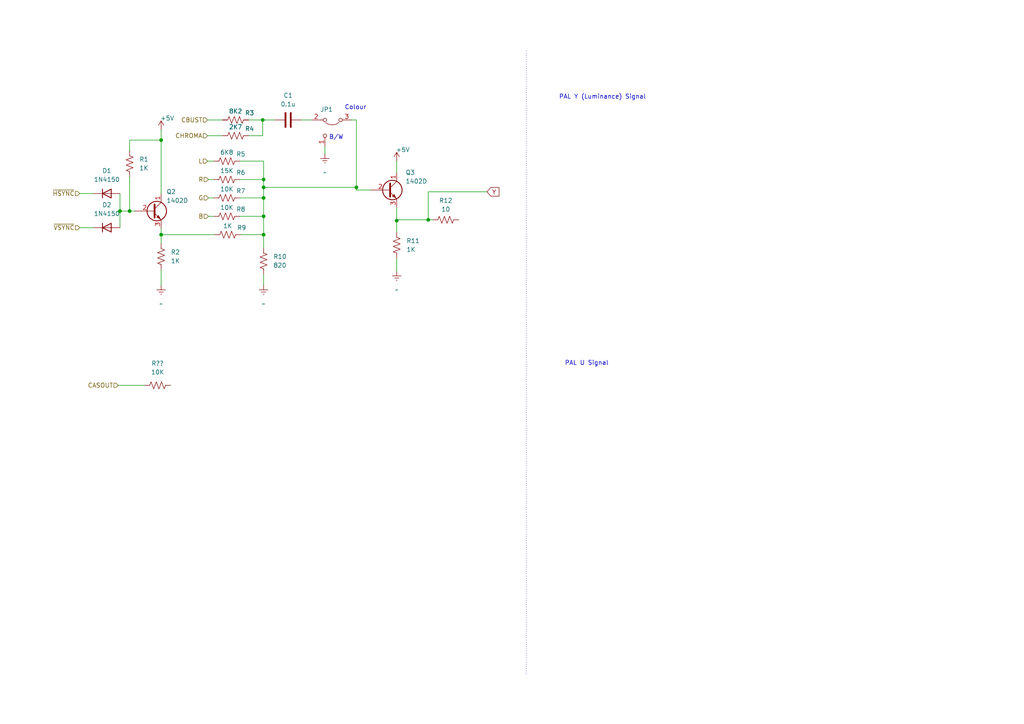
<source format=kicad_sch>
(kicad_sch (version 20250114) (generator "eeschema") (generator_version "9.0")
  (paper "A4")
  (title_block (title "Video and Cassette Port"))
  (lib_symbols
    (symbol "Device:C" (pin_numbers (hide yes)) (pin_names (offset 0.254))
      (property "Reference" "C" (at 0.635 2.54 0))
      (property "Value" "C" (at 0.635 -2.54 0))
      (symbol "C_0_1"
        (polyline (pts (xy -2.032 0.762) (xy 2.032 0.762)) (stroke (width 0.508)))
        (polyline (pts (xy -2.032 -0.762) (xy 2.032 -0.762)) (stroke (width 0.508)))
      )
      (symbol "C_1_1"
        (pin passive line (at 0 3.81 270) (length 2.794) (name "~") (number "1"))
        (pin passive line (at 0 -3.81 90) (length 2.794) (name "~") (number "2"))
      )
    )
    (symbol "Device:D" (pin_numbers (hide yes)) (pin_names (offset 1.016) (hide yes))
      (property "Reference" "D" (at 0 2.54 0))
      (property "Value" "D" (at 0 -2.54 0))
      (symbol "D_0_1"
        (polyline (pts (xy -1.27 1.27) (xy -1.27 -1.27)) (stroke (width 0.254)))
        (polyline (pts (xy 1.27 1.27) (xy 1.27 -1.27) (xy -1.27 0) (xy 1.27 1.27)) (stroke (width 0.254)))
        (polyline (pts (xy 1.27 0) (xy -1.27 0)))
      )
      (symbol "D_1_1"
        (pin passive line (at -3.81 0 0) (length 2.54) (name "K") (number "1"))
        (pin passive line (at 3.81 0 180) (length 2.54) (name "A") (number "2"))
      )
    )
    (symbol "Device:Q_NPN_CBE" (pin_names (offset 0) (hide yes))
      (property "Reference" "Q" (at 5.08 1.27 0))
      (property "Value" "Q_NPN_CBE" (at 5.08 -1.27 0))
      (symbol "Q_NPN_CBE_0_1"
        (polyline (pts (xy 0.635 1.905) (xy 0.635 -1.905) (xy 0.635 -1.905)) (stroke (width 0.508)))
        (polyline (pts (xy 0.635 0.635) (xy 2.54 2.54)))
        (polyline (pts (xy 0.635 -0.635) (xy 2.54 -2.54) (xy 2.54 -2.54)))
        (circle (center 1.27 0) (radius 2.8194) (stroke (width 0.254)))
        (polyline (pts (xy 1.27 -1.778) (xy 1.778 -1.27) (xy 2.286 -2.286) (xy 1.27 -1.778) (xy 1.27 -1.778)) (fill (type outline)))
      )
      (symbol "Q_NPN_CBE_1_1"
        (pin input line (at -5.08 0 0) (length 5.715) (name "B") (number "2"))
        (pin passive line (at 2.54 5.08 270) (length 2.54) (name "C") (number "1"))
        (pin passive line (at 2.54 -5.08 90) (length 2.54) (name "E") (number "3"))
      )
    )
    (symbol "Device:R_US" (pin_numbers (hide yes)) (pin_names (offset 0))
      (property "Reference" "R" (at 2.54 0 90))
      (property "Value" "R_US" (at -2.54 0 90))
      (symbol "R_US_0_1"
        (polyline (pts (xy 0 2.286) (xy 0 2.54)))
        (polyline (pts (xy 0 2.286) (xy 1.016 1.905) (xy 0 1.524) (xy -1.016 1.143) (xy 0 0.762)))
        (polyline (pts (xy 0 0.762) (xy 1.016 0.381) (xy 0 0) (xy -1.016 -0.381) (xy 0 -0.762)))
        (polyline (pts (xy 0 -0.762) (xy 1.016 -1.143) (xy 0 -1.524) (xy -1.016 -1.905) (xy 0 -2.286)))
        (polyline (pts (xy 0 -2.286) (xy 0 -2.54)))
      )
      (symbol "R_US_1_1"
        (pin passive line (at 0 3.81 270) (length 1.27) (name "~") (number "1"))
        (pin passive line (at 0 -3.81 90) (length 1.27) (name "~") (number "2"))
      )
    )
    (symbol "Laser500:Jumper 1-to-2" (pin_names (offset 0) (hide yes))
      (property "Reference" "JP" (at 7.366 4.318 0))
      (property "Value" "Jumper 2-to-1_Bridged_23" (at 10.16 -15.494 0))
      (symbol "Jumper 1-to-2_0_0"
        (circle (center 6.35 0) (radius 0.508))
        (circle (center 6.35 -4.572) (radius 0.508))
        (circle (center 10.922 0) (radius 0.508))
      )
      (symbol "Jumper 1-to-2_0_1"
        (polyline (pts (xy 5.08 0) (xy 5.842 0)))
        (arc (start 10.4196 -0.7269) (mid 8.5178 -1.4047) (end 6.604 -0.762))
      )
      (symbol "Jumper 1-to-2_1_1"
        (pin input line (at 2.54 0 0) (length 2.54) (name "C") (number "2"))
        (pin passive line (at 6.35 -7.62 90) (length 2.54) (name "A") (number "1"))
        (pin passive line (at 13.97 0 180) (length 2.54) (name "B") (number "3"))
      )
    )
    (symbol "power:+5V" (power) (pin_numbers (hide yes)) (pin_names (offset 0) (hide yes))
      (property "Value" "+5V" (at 0 3.556 0))
      (symbol "+5V_0_1"
        (polyline (pts (xy -0.762 1.27) (xy 0 2.54)))
        (polyline (pts (xy 0 2.54) (xy 0.762 1.27)))
        (polyline (pts (xy 0 0) (xy 0 2.54)))
      )
      (symbol "+5V_1_1"
        (pin power_in line (at 0 0 90) (length 0) (name "~") (number "1"))
      )
    )
    (symbol "power:Earth" (power) (pin_numbers (hide yes)) (pin_names (offset 0) (hide yes))
      (property "Value" "Earth" (at 0 -3.81 0))
      (symbol "Earth_0_1"
        (polyline (pts (xy -0.635 -1.905) (xy 0.635 -1.905)))
        (polyline (pts (xy -0.127 -2.54) (xy 0.127 -2.54)))
        (polyline (pts (xy 0 -1.27) (xy 0 0)))
        (polyline (pts (xy 1.27 -1.27) (xy -1.27 -1.27)))
      )
      (symbol "Earth_1_1"
        (pin power_in line (at 0 0 270) (length 0) (name "~") (number "1"))
      )
    )
  )
  (text "Colour" (at 103.124 31.242 0) (effects (font (size 1.27 1.27))))
  (text "B/W" (at 97.536 39.878 0) (effects (font (size 1.27 1.27))))
  (text "PAL U Signal" (at 170.18 105.41 0) (effects (font (size 1.27 1.27))))
  (text "PAL Y (Luminance) Signal" (at 174.752 28.194 0) (effects (font (size 1.27 1.27))))
  (junction (at 34.798 61.214))
  (junction (at 37.592 61.214))
  (junction (at 115.062 64.008))
  (junction (at 46.736 68.072))
  (junction (at 76.454 52.07))
  (junction (at 76.2 34.798))
  (junction (at 46.736 40.64))
  (junction (at 76.454 54.356))
  (junction (at 124.206 63.754))
  (junction (at 76.454 68.072))
  (junction (at 76.454 57.404))
  (junction (at 76.454 62.738))
  (junction (at 103.378 54.356))
  (wire (pts (xy 60.452 57.404) (xy 61.976 57.404)))
  (wire (pts (xy 103.378 54.356) (xy 103.378 55.118)))
  (wire (pts (xy 60.452 62.738) (xy 61.976 62.738)))
  (wire (pts (xy 94.234 42.418) (xy 94.234 44.704)))
  (wire (pts (xy 125.476 63.754) (xy 124.206 63.754)))
  (wire (pts (xy 115.062 46.736) (xy 115.062 50.038)))
  (wire (pts (xy 37.592 61.214) (xy 39.116 61.214)))
  (wire (pts (xy 37.592 40.64) (xy 46.736 40.64)))
  (wire (pts (xy 37.592 51.308) (xy 37.592 61.214)))
  (wire (pts (xy 76.454 52.07) (xy 76.454 54.356)))
  (wire (pts (xy 37.592 40.64) (xy 37.592 43.688)))
  (wire (pts (xy 34.29 111.76) (xy 41.91 111.76)))
  (wire (pts (xy 76.2 34.798) (xy 72.136 34.798)))
  (polyline (pts (xy 152.654 14.732) (xy 152.654 195.58)) (stroke (width 0) (type dot)))
  (wire (pts (xy 46.736 66.294) (xy 46.736 68.072)))
  (wire (pts (xy 87.376 34.798) (xy 90.424 34.798)))
  (wire (pts (xy 46.736 40.64) (xy 46.736 56.134)))
  (wire (pts (xy 76.454 68.072) (xy 76.454 71.882)))
  (wire (pts (xy 76.454 54.356) (xy 103.378 54.356)))
  (wire (pts (xy 23.114 56.134) (xy 27.178 56.134)))
  (wire (pts (xy 69.596 52.07) (xy 76.454 52.07)))
  (wire (pts (xy 23.114 66.04) (xy 27.178 66.04)))
  (wire (pts (xy 69.85 68.072) (xy 76.454 68.072)))
  (wire (pts (xy 103.378 34.798) (xy 101.854 34.798)))
  (wire (pts (xy 76.454 46.736) (xy 76.454 52.07)))
  (wire (pts (xy 76.454 54.356) (xy 76.454 57.404)))
  (wire (pts (xy 103.378 34.798) (xy 103.378 54.356)))
  (wire (pts (xy 60.198 46.736) (xy 61.976 46.736)))
  (wire (pts (xy 60.452 52.07) (xy 61.976 52.07)))
  (wire (pts (xy 69.596 46.736) (xy 76.454 46.736)))
  (wire (pts (xy 76.454 57.404) (xy 76.454 62.738)))
  (wire (pts (xy 60.198 39.37) (xy 64.516 39.37)))
  (wire (pts (xy 34.798 56.134) (xy 34.798 61.214)))
  (wire (pts (xy 124.206 63.754) (xy 115.316 63.754)))
  (wire (pts (xy 115.316 63.754) (xy 115.062 64.008)))
  (wire (pts (xy 60.198 34.798) (xy 64.516 34.798)))
  (wire (pts (xy 46.736 78.232) (xy 46.736 82.804)))
  (wire (pts (xy 34.798 61.214) (xy 37.592 61.214)))
  (wire (pts (xy 69.596 57.404) (xy 76.454 57.404)))
  (wire (pts (xy 124.206 55.626) (xy 124.206 63.754)))
  (wire (pts (xy 76.2 34.798) (xy 76.2 39.37)))
  (wire (pts (xy 115.062 60.198) (xy 115.062 64.008)))
  (wire (pts (xy 76.454 79.502) (xy 76.454 82.804)))
  (wire (pts (xy 124.206 55.626) (xy 141.224 55.626)))
  (wire (pts (xy 34.798 61.214) (xy 34.798 66.04)))
  (wire (pts (xy 76.2 34.798) (xy 79.756 34.798)))
  (wire (pts (xy 76.454 62.738) (xy 76.454 68.072)))
  (wire (pts (xy 103.378 55.118) (xy 107.442 55.118)))
  (wire (pts (xy 46.736 68.072) (xy 46.736 70.612)))
  (wire (pts (xy 115.062 64.008) (xy 115.062 67.31)))
  (wire (pts (xy 69.596 62.738) (xy 76.454 62.738)))
  (wire (pts (xy 46.736 68.072) (xy 62.23 68.072)))
  (wire (pts (xy 46.736 37.592) (xy 46.736 40.64)))
  (wire (pts (xy 115.062 74.93) (xy 115.062 78.74)))
  (wire (pts (xy 76.2 39.37) (xy 72.136 39.37)))
  (global_label "Y" (shape input) (at 141.224 55.626 0) (property "Intersheetrefs" "${INTERSHEET_REFS}" (effects (hide yes))))
  (hierarchical_label "R" (shape input) (at 60.452 52.07 180))
  (hierarchical_label "B" (shape input) (at 60.452 62.738 180))
  (hierarchical_label "~{HSYNC}" (shape input) (at 23.114 56.134 180))
  (hierarchical_label "~{VSYNC}" (shape input) (at 23.114 66.04 180))
  (hierarchical_label "G" (shape input) (at 60.452 57.404 180))
  (hierarchical_label "L" (shape input) (at 60.198 46.736 180))
  (hierarchical_label "CHROMA" (shape input) (at 60.198 39.37 180))
  (hierarchical_label "CASOUT" (shape input) (at 34.29 111.76 180))
  (hierarchical_label "CBUST" (shape input) (at 60.198 34.798 180))
  (symbol (lib_id "Device:R_US") (at 68.326 34.798 270) (unit 1)
    (property "Reference" "R3" (at 72.39 32.766 90))
    (property "Value" "8K2" (at 68.326 32.258 90))
    (property "Footprint" "Resistor_THT:R_Axial_DIN0207_L6.3mm_D2.5mm_P7.62mm_Horizontal" (effects (hide yes)))
    (property "Description" "Resistor, US symbol" (effects (hide yes)))
  )
  (symbol (lib_id "Device:R_US") (at 115.062 71.12 0) (unit 1)
    (property "Reference" "R11" (at 117.856 69.8499 0) (effects (justify left)))
    (property "Value" "1K" (at 117.856 72.3899 0) (effects (justify left)))
    (property "Footprint" "Resistor_THT:R_Axial_DIN0207_L6.3mm_D2.5mm_P7.62mm_Horizontal" (effects (hide yes)))
    (property "Description" "Resistor, US symbol" (effects (hide yes)))
  )
  (symbol (lib_id "power:Earth") (at 46.736 82.804 0) (unit 1)
    (property "Reference" "#PWR018" (effects (hide yes)))
    (property "Value" "~" (at 46.736 88.138 0))
    (property "Description" "Power symbol creates a global label with name \"Earth\"" (effects (hide yes)))
  )
  (symbol (lib_id "Device:R_US") (at 76.454 75.692 0) (unit 1)
    (property "Reference" "R10" (at 79.248 74.4219 0) (effects (justify left)))
    (property "Value" "820" (at 79.248 76.9619 0) (effects (justify left)))
    (property "Footprint" "Resistor_THT:R_Axial_DIN0207_L6.3mm_D2.5mm_P7.62mm_Horizontal" (effects (hide yes)))
    (property "Description" "Resistor, US symbol" (effects (hide yes)))
  )
  (symbol (lib_id "power:Earth") (at 76.454 82.804 0) (unit 1)
    (property "Reference" "#PWR019" (effects (hide yes)))
    (property "Value" "~" (at 76.454 88.138 0))
    (property "Description" "Power symbol creates a global label with name \"Earth\"" (effects (hide yes)))
  )
  (symbol (lib_id "Device:C") (at 83.566 34.798 270) (unit 1)
    (property "Reference" "C1" (at 83.566 27.686 90))
    (property "Value" "0.1u" (at 83.566 30.226 90))
    (property "Description" "Unpolarized capacitor" (effects (hide yes)))
  )
  (symbol (lib_id "Device:R_US") (at 66.04 68.072 270) (unit 1)
    (property "Reference" "R9" (at 70.104 66.04 90))
    (property "Value" "1K" (at 66.04 65.532 90))
    (property "Footprint" "Resistor_THT:R_Axial_DIN0207_L6.3mm_D2.5mm_P7.62mm_Horizontal" (effects (hide yes)))
    (property "Description" "Resistor, US symbol" (effects (hide yes)))
  )
  (symbol (lib_id "Device:R_US") (at 65.786 62.738 270) (unit 1)
    (property "Reference" "R8" (at 69.85 60.706 90))
    (property "Value" "10K" (at 65.786 60.198 90))
    (property "Footprint" "Resistor_THT:R_Axial_DIN0207_L6.3mm_D2.5mm_P7.62mm_Horizontal" (effects (hide yes)))
    (property "Description" "Resistor, US symbol" (effects (hide yes)))
  )
  (symbol (lib_id "power:+5V") (at 115.062 46.736 0) (unit 1)
    (property "Reference" "#PWR022" (effects (hide yes)))
    (property "Value" "+5V" (at 116.84 43.434 0))
    (property "Description" "Power symbol creates a global label with name \"+5V\"" (effects (hide yes)))
  )
  (symbol (lib_id "power:Earth") (at 115.062 78.74 0) (unit 1)
    (property "Reference" "#PWR020" (effects (hide yes)))
    (property "Value" "~" (at 115.062 84.074 0))
    (property "Description" "Power symbol creates a global label with name \"Earth\"" (effects (hide yes)))
  )
  (symbol (lib_id "Device:D") (at 30.988 56.134 0) (unit 1)
    (property "Reference" "D1" (at 30.988 49.53 0))
    (property "Value" "1N4150" (at 30.988 52.07 0))
    (property "Footprint" "Diode_THT:D_DO-35_SOD27_P7.62mm_Horizontal" (effects (hide yes)))
    (property "Description" "Diode" (effects (hide yes)))
    (property "Sim.Device" "D" (effects (hide yes)))
    (property "Sim.Pins" "1=K 2=A" (effects (hide yes)))
  )
  (symbol (lib_id "Device:R_US") (at 65.786 52.07 270) (unit 1)
    (property "Reference" "R6" (at 69.85 50.038 90))
    (property "Value" "15K" (at 65.786 49.53 90))
    (property "Footprint" "Resistor_THT:R_Axial_DIN0207_L6.3mm_D2.5mm_P7.62mm_Horizontal" (effects (hide yes)))
    (property "Description" "Resistor, US symbol" (effects (hide yes)))
  )
  (symbol (lib_id "Laser500:Jumper 1-to-2") (at 87.884 34.798 0) (unit 1)
    (property "Reference" "JP1" (at 94.742 31.75 0))
    (property "Value" "Jumper 2-to-1_Bridged_23" (effects (hide yes)))
  )
  (symbol (lib_id "Device:R_US") (at 37.592 47.498 0) (unit 1)
    (property "Reference" "R1" (at 40.386 46.2279 0) (effects (justify left)))
    (property "Value" "1K" (at 40.386 48.7679 0) (effects (justify left)))
    (property "Footprint" "Resistor_THT:R_Axial_DIN0207_L6.3mm_D2.5mm_P7.62mm_Horizontal" (effects (hide yes)))
    (property "Description" "Resistor, US symbol" (effects (hide yes)))
  )
  (symbol (lib_id "Device:R_US") (at 68.326 39.37 270) (unit 1)
    (property "Reference" "R4" (at 72.39 37.338 90))
    (property "Value" "2K7" (at 68.326 36.83 90))
    (property "Footprint" "Resistor_THT:R_Axial_DIN0207_L6.3mm_D2.5mm_P7.62mm_Horizontal" (effects (hide yes)))
    (property "Description" "Resistor, US symbol" (effects (hide yes)))
  )
  (symbol (lib_id "Device:Q_NPN_CBE") (at 112.522 55.118 0) (unit 1)
    (property "Reference" "Q3" (at 117.602 50.038 0) (effects (justify left)))
    (property "Value" "1402D" (at 117.602 52.578 0) (effects (justify left)))
    (property "Footprint" "Package_TO_SOT_THT:TO-92" (effects (hide yes)))
    (property "Datasheet" "https://www.alldatasheet.com/datasheet-pdf/pdf/17633/PHILIPS/ED1402D.html" (effects (hide yes)))
    (property "Description" "NPN transistor, collector/base/emitter" (effects (hide yes)))
  )
  (symbol (lib_id "Device:D") (at 30.988 66.04 0) (unit 1)
    (property "Reference" "D2" (at 30.988 59.436 0))
    (property "Value" "1N4150" (at 30.988 61.976 0))
    (property "Footprint" "Diode_THT:D_DO-35_SOD27_P7.62mm_Horizontal" (effects (hide yes)))
    (property "Description" "Diode" (effects (hide yes)))
    (property "Sim.Device" "D" (effects (hide yes)))
    (property "Sim.Pins" "1=K 2=A" (effects (hide yes)))
  )
  (symbol (lib_id "Device:R_US") (at 45.72 111.76 270) (unit 1)
    (property "Reference" "R??" (at 45.72 105.41 90))
    (property "Value" "10K" (at 45.72 107.95 90))
    (property "Footprint" "Resistor_THT:R_Axial_DIN0207_L6.3mm_D2.5mm_P7.62mm_Horizontal" (effects (hide yes)))
    (property "Description" "Resistor, US symbol" (effects (hide yes)))
  )
  (symbol (lib_id "Device:R_US") (at 129.286 63.754 90) (unit 1)
    (property "Reference" "R12" (at 129.286 58.166 90))
    (property "Value" "10" (at 129.286 60.706 90))
    (property "Footprint" "Resistor_THT:R_Axial_DIN0207_L6.3mm_D2.5mm_P7.62mm_Horizontal" (effects (hide yes)))
    (property "Description" "Resistor, US symbol" (effects (hide yes)))
  )
  (symbol (lib_id "Device:R_US") (at 65.786 46.736 270) (unit 1)
    (property "Reference" "R5" (at 69.85 44.704 90))
    (property "Value" "6K8" (at 65.786 44.196 90))
    (property "Footprint" "Resistor_THT:R_Axial_DIN0207_L6.3mm_D2.5mm_P7.62mm_Horizontal" (effects (hide yes)))
    (property "Description" "Resistor, US symbol" (effects (hide yes)))
  )
  (symbol (lib_id "Device:R_US") (at 65.786 57.404 270) (unit 1)
    (property "Reference" "R7" (at 69.85 55.372 90))
    (property "Value" "10K" (at 65.786 54.864 90))
    (property "Footprint" "Resistor_THT:R_Axial_DIN0207_L6.3mm_D2.5mm_P7.62mm_Horizontal" (effects (hide yes)))
    (property "Description" "Resistor, US symbol" (effects (hide yes)))
  )
  (symbol (lib_id "Device:Q_NPN_CBE") (at 44.196 61.214 0) (unit 1)
    (property "Reference" "Q2" (at 48.26 55.626 0) (effects (justify left)))
    (property "Value" "1402D" (at 48.26 58.166 0) (effects (justify left)))
    (property "Footprint" "Package_TO_SOT_THT:TO-92" (effects (hide yes)))
    (property "Datasheet" "https://www.alldatasheet.com/datasheet-pdf/pdf/17633/PHILIPS/ED1402D.html" (effects (hide yes)))
    (property "Description" "NPN transistor, collector/base/emitter" (effects (hide yes)))
  )
  (symbol (lib_id "power:+5V") (at 46.736 37.592 0) (unit 1)
    (property "Reference" "#PWR017" (effects (hide yes)))
    (property "Value" "+5V" (at 48.514 34.29 0))
    (property "Description" "Power symbol creates a global label with name \"+5V\"" (effects (hide yes)))
  )
  (symbol (lib_id "power:Earth") (at 94.234 44.704 0) (unit 1)
    (property "Reference" "#PWR021" (effects (hide yes)))
    (property "Value" "~" (at 94.234 50.038 0))
    (property "Description" "Power symbol creates a global label with name \"Earth\"" (effects (hide yes)))
  )
  (symbol (lib_id "Device:R_US") (at 46.736 74.422 0) (unit 1)
    (property "Reference" "R2" (at 49.53 73.1519 0) (effects (justify left)))
    (property "Value" "1K" (at 49.53 75.6919 0) (effects (justify left)))
    (property "Footprint" "Resistor_THT:R_Axial_DIN0207_L6.3mm_D2.5mm_P7.62mm_Horizontal" (effects (hide yes)))
    (property "Description" "Resistor, US symbol" (effects (hide yes)))
  )
)
</source>
